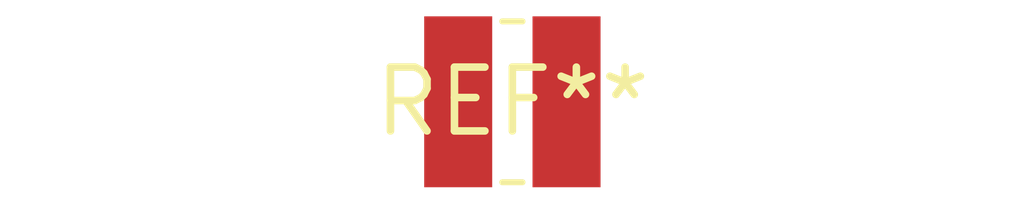
<source format=kicad_pcb>
(kicad_pcb (version 20240108) (generator pcbnew)
  (layers (0 "F.Cu" signal) (31 "B.Cu" signal) (34 "B.Paste" user) (35 "F.Paste" user) (36 "B.SilkS" user "B.Silkscreen") (37 "F.SilkS" user "F.Silkscreen") (38 "B.Mask" user) (39 "F.Mask" user) (44 "Edge.Cuts" user))
  (net 0 "")
  (footprint "L_Wuerth_MAPI-3020" (layer "F.Cu") (at 0 0)
    (property "Reference" "REF**")
    (property "Value" "L_Wuerth_MAPI-3020")
    (fp_line (start -0.2 -1.6) (end 0.2 -1.6) (layer "F.SilkS") (stroke (width 0.12)))
    (fp_line (start -0.2 1.6) (end 0.2 1.6) (layer "F.SilkS") (stroke (width 0.12)))
    (pad "1" smd rect (at -1.075 0) (size 1.35 3.4) (layers "F.Cu" "F.Paste" "F.Mask"))
    (pad "2" smd rect (at 1.075 0) (size 1.35 3.4) (layers "F.Cu" "F.Paste" "F.Mask"))
  )
)
</source>
